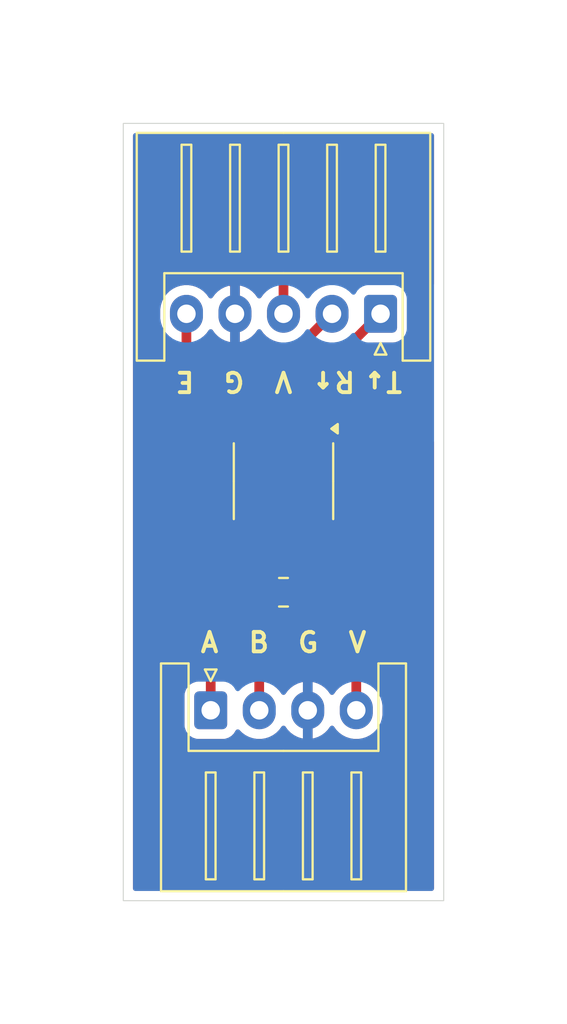
<source format=kicad_pcb>
(kicad_pcb (version 20241229) (generator "pcbnew") (generator_version "9.0")
  (layers (0 "F.Cu" signal) (2 "B.Cu" signal) (13 "F.Paste" user) (15 "B.Paste" user) (5 "F.SilkS" user "F.Silkscreen") (7 "B.SilkS" user "B.Silkscreen") (1 "F.Mask" user) (3 "B.Mask" user) (25 "Edge.Cuts" user))
  (net 0 "")
  (net 1 "VCC")
  (net 2 "GND")
  (net 3 "Net-(J2-Pin_2)")
  (net 4 "Net-(J2-Pin_5)")
  (net 5 "Net-(J2-Pin_1)")
  (net 6 "Net-(J1-Pin_1)")
  (net 7 "Net-(J1-Pin_2)")
  (footprint "Package_SO:SOIC-8_3.9x4.9mm_P1.27mm" (layer "F.Cu") (at 135.255 105.41 -90)
    (property "Reference" "U1" (hide yes))
    (property "Value" "SP3485EN")
    (fp_line (start 0 2.56) (end -1.95 2.56) (stroke (width 0.12)) (layer "F.SilkS"))
    (fp_line (start 0 2.56) (end 1.95 2.56) (stroke (width 0.12)) (layer "F.SilkS"))
    (fp_line (start 0 -2.56) (end -1.95 -2.56) (stroke (width 0.12)) (layer "F.SilkS"))
    (fp_line (start 0 -2.56) (end 1.95 -2.56) (stroke (width 0.12)) (layer "F.SilkS"))
    (fp_poly (pts (xy -2.7 -2.465) (xy -2.94 -2.795) (xy -2.46 -2.795) (xy -2.7 -2.465)) (stroke (width 0.12)) (fill yes) (layer "F.SilkS"))
    (pad "1" smd roundrect (at -2.475 -1.905 270) (size 1.95 0.6) (layers "F.Cu" "F.Mask" "F.Paste") (net 5 "Net-(J2-Pin_1)"))
    (pad "2" smd roundrect (at -2.475 -0.635 270) (size 1.95 0.6) (layers "F.Cu" "F.Mask" "F.Paste") (net 4 "Net-(J2-Pin_5)"))
    (pad "3" smd roundrect (at -2.475 0.635 270) (size 1.95 0.6) (layers "F.Cu" "F.Mask" "F.Paste") (net 4 "Net-(J2-Pin_5)"))
    (pad "4" smd roundrect (at -2.475 1.905 270) (size 1.95 0.6) (layers "F.Cu" "F.Mask" "F.Paste") (net 3 "Net-(J2-Pin_2)"))
    (pad "5" smd roundrect (at 2.475 1.905 270) (size 1.95 0.6) (layers "F.Cu" "F.Mask" "F.Paste") (net 2 "GND"))
    (pad "6" smd roundrect (at 2.475 0.635 270) (size 1.95 0.6) (layers "F.Cu" "F.Mask" "F.Paste") (net 6 "Net-(J1-Pin_1)"))
    (pad "7" smd roundrect (at 2.475 -0.635 270) (size 1.95 0.6) (layers "F.Cu" "F.Mask" "F.Paste") (net 7 "Net-(J1-Pin_2)"))
    (pad "8" smd roundrect (at 2.475 -1.905 270) (size 1.95 0.6) (layers "F.Cu" "F.Mask" "F.Paste") (net 1 "VCC"))
  )
  (footprint "Connector_JST:JST_XH_S5B-XH-A_1x05_P2.50mm_Horizontal" (layer "F.Cu") (at 140.255 96.795 180)
    (property "Reference" "J2" (hide yes))
    (property "Value" "Conn_01x05")
    (fp_line (start 12.56 9.31) (end 12.56 -2.41) (stroke (width 0.12)) (layer "F.SilkS"))
    (fp_line (start 12.56 -2.41) (end 11.14 -2.41) (stroke (width 0.12)) (layer "F.SilkS"))
    (fp_line (start 11.14 2.09) (end 5 2.09) (stroke (width 0.12)) (layer "F.SilkS"))
    (fp_line (start 11.14 -2.41) (end 11.14 2.09) (stroke (width 0.12)) (layer "F.SilkS"))
    (fp_line (start 10.25 8.7) (end 10.25 3.2) (stroke (width 0.12)) (layer "F.SilkS"))
    (fp_line (start 10.25 3.2) (end 9.75 3.2) (stroke (width 0.12)) (layer "F.SilkS"))
    (fp_line (start 9.75 8.7) (end 10.25 8.7) (stroke (width 0.12)) (layer "F.SilkS"))
    (fp_line (start 9.75 3.2) (end 9.75 8.7) (stroke (width 0.12)) (layer "F.SilkS"))
    (fp_line (start 7.75 8.7) (end 7.75 3.2) (stroke (width 0.12)) (layer "F.SilkS"))
    (fp_line (start 7.75 3.2) (end 7.25 3.2) (stroke (width 0.12)) (layer "F.SilkS"))
    (fp_line (start 7.25 8.7) (end 7.75 8.7) (stroke (width 0.12)) (layer "F.SilkS"))
    (fp_line (start 7.25 3.2) (end 7.25 8.7) (stroke (width 0.12)) (layer "F.SilkS"))
    (fp_line (start 5.25 8.7) (end 5.25 3.2) (stroke (width 0.12)) (layer "F.SilkS"))
    (fp_line (start 5.25 3.2) (end 4.75 3.2) (stroke (width 0.12)) (layer "F.SilkS"))
    (fp_line (start 5 9.31) (end 12.56 9.31) (stroke (width 0.12)) (layer "F.SilkS"))
    (fp_line (start 5 9.31) (end -2.56 9.31) (stroke (width 0.12)) (layer "F.SilkS"))
    (fp_line (start 4.75 8.7) (end 5.25 8.7) (stroke (width 0.12)) (layer "F.SilkS"))
    (fp_line (start 4.75 3.2) (end 4.75 8.7) (stroke (width 0.12)) (layer "F.SilkS"))
    (fp_line (start 2.75 8.7) (end 2.75 3.2) (stroke (width 0.12)) (layer "F.SilkS"))
    (fp_line (start 2.75 3.2) (end 2.25 3.2) (stroke (width 0.12)) (layer "F.SilkS"))
    (fp_line (start 2.25 8.7) (end 2.75 8.7) (stroke (width 0.12)) (layer "F.SilkS"))
    (fp_line (start 2.25 3.2) (end 2.25 8.7) (stroke (width 0.12)) (layer "F.SilkS"))
    (fp_line (start 0.3 -2.1) (end 0 -1.5) (stroke (width 0.12)) (layer "F.SilkS"))
    (fp_line (start 0.25 8.7) (end 0.25 3.2) (stroke (width 0.12)) (layer "F.SilkS"))
    (fp_line (start 0.25 3.2) (end -0.25 3.2) (stroke (width 0.12)) (layer "F.SilkS"))
    (fp_line (start 0 -1.5) (end -0.3 -2.1) (stroke (width 0.12)) (layer "F.SilkS"))
    (fp_line (start -0.25 8.7) (end 0.25 8.7) (stroke (width 0.12)) (layer "F.SilkS"))
    (fp_line (start -0.25 3.2) (end -0.25 8.7) (stroke (width 0.12)) (layer "F.SilkS"))
    (fp_line (start -0.3 -2.1) (end 0.3 -2.1) (stroke (width 0.12)) (layer "F.SilkS"))
    (fp_line (start -1.14 2.09) (end 5 2.09) (stroke (width 0.12)) (layer "F.SilkS"))
    (fp_line (start -1.14 -2.41) (end -1.14 2.09) (stroke (width 0.12)) (layer "F.SilkS"))
    (fp_line (start -2.56 9.31) (end -2.56 -2.41) (stroke (width 0.12)) (layer "F.SilkS"))
    (fp_line (start -2.56 -2.41) (end -1.14 -2.41) (stroke (width 0.12)) (layer "F.SilkS"))
    (pad "1" thru_hole roundrect (at 0 0 180) (size 1.7 1.95) (drill 0.95) (layers "*.Cu" "*.Mask") (roundrect_rratio 0.147059) (net 5 "Net-(J2-Pin_1)"))
    (pad "2" thru_hole oval (at 2.5 0 180) (size 1.7 1.95) (drill 0.95) (layers "*.Cu" "*.Mask") (net 3 "Net-(J2-Pin_2)"))
    (pad "3" thru_hole oval (at 5 0 180) (size 1.7 1.95) (drill 0.95) (layers "*.Cu" "*.Mask") (net 1 "VCC"))
    (pad "4" thru_hole oval (at 7.5 0 180) (size 1.7 1.95) (drill 0.95) (layers "*.Cu" "*.Mask") (net 2 "GND"))
    (pad "5" thru_hole oval (at 10 0 180) (size 1.7 1.95) (drill 0.95) (layers "*.Cu" "*.Mask") (net 4 "Net-(J2-Pin_5)"))
  )
  (footprint "Connector_JST:JST_XH_S4B-XH-A_1x04_P2.50mm_Horizontal" (layer "F.Cu") (at 131.505 117.2)
    (property "Reference" "J1" (hide yes))
    (property "Value" "Conn_01x04")
    (fp_line (start -2.56 -2.41) (end -1.14 -2.41) (stroke (width 0.12)) (layer "F.SilkS"))
    (fp_line (start -2.56 9.31) (end -2.56 -2.41) (stroke (width 0.12)) (layer "F.SilkS"))
    (fp_line (start -1.14 -2.41) (end -1.14 2.09) (stroke (width 0.12)) (layer "F.SilkS"))
    (fp_line (start -1.14 2.09) (end 3.75 2.09) (stroke (width 0.12)) (layer "F.SilkS"))
    (fp_line (start -0.3 -2.1) (end 0.3 -2.1) (stroke (width 0.12)) (layer "F.SilkS"))
    (fp_line (start -0.25 3.2) (end -0.25 8.7) (stroke (width 0.12)) (layer "F.SilkS"))
    (fp_line (start -0.25 8.7) (end 0.25 8.7) (stroke (width 0.12)) (layer "F.SilkS"))
    (fp_line (start 0 -1.5) (end -0.3 -2.1) (stroke (width 0.12)) (layer "F.SilkS"))
    (fp_line (start 0.25 3.2) (end -0.25 3.2) (stroke (width 0.12)) (layer "F.SilkS"))
    (fp_line (start 0.25 8.7) (end 0.25 3.2) (stroke (width 0.12)) (layer "F.SilkS"))
    (fp_line (start 0.3 -2.1) (end 0 -1.5) (stroke (width 0.12)) (layer "F.SilkS"))
    (fp_line (start 2.25 3.2) (end 2.25 8.7) (stroke (width 0.12)) (layer "F.SilkS"))
    (fp_line (start 2.25 8.7) (end 2.75 8.7) (stroke (width 0.12)) (layer "F.SilkS"))
    (fp_line (start 2.75 3.2) (end 2.25 3.2) (stroke (width 0.12)) (layer "F.SilkS"))
    (fp_line (start 2.75 8.7) (end 2.75 3.2) (stroke (width 0.12)) (layer "F.SilkS"))
    (fp_line (start 3.75 9.31) (end -2.56 9.31) (stroke (width 0.12)) (layer "F.SilkS"))
    (fp_line (start 3.75 9.31) (end 10.06 9.31) (stroke (width 0.12)) (layer "F.SilkS"))
    (fp_line (start 4.75 3.2) (end 4.75 8.7) (stroke (width 0.12)) (layer "F.SilkS"))
    (fp_line (start 4.75 8.7) (end 5.25 8.7) (stroke (width 0.12)) (layer "F.SilkS"))
    (fp_line (start 5.25 3.2) (end 4.75 3.2) (stroke (width 0.12)) (layer "F.SilkS"))
    (fp_line (start 5.25 8.7) (end 5.25 3.2) (stroke (width 0.12)) (layer "F.SilkS"))
    (fp_line (start 7.25 3.2) (end 7.25 8.7) (stroke (width 0.12)) (layer "F.SilkS"))
    (fp_line (start 7.25 8.7) (end 7.75 8.7) (stroke (width 0.12)) (layer "F.SilkS"))
    (fp_line (start 7.75 3.2) (end 7.25 3.2) (stroke (width 0.12)) (layer "F.SilkS"))
    (fp_line (start 7.75 8.7) (end 7.75 3.2) (stroke (width 0.12)) (layer "F.SilkS"))
    (fp_line (start 8.64 -2.41) (end 8.64 2.09) (stroke (width 0.12)) (layer "F.SilkS"))
    (fp_line (start 8.64 2.09) (end 3.75 2.09) (stroke (width 0.12)) (layer "F.SilkS"))
    (fp_line (start 10.06 -2.41) (end 8.64 -2.41) (stroke (width 0.12)) (layer "F.SilkS"))
    (fp_line (start 10.06 9.31) (end 10.06 -2.41) (stroke (width 0.12)) (layer "F.SilkS"))
    (pad "1" thru_hole roundrect (at 0 0) (size 1.7 1.95) (drill 0.95) (layers "*.Cu" "*.Mask") (roundrect_rratio 0.147059) (net 6 "Net-(J1-Pin_1)"))
    (pad "2" thru_hole oval (at 2.5 0) (size 1.7 1.95) (drill 0.95) (layers "*.Cu" "*.Mask") (net 7 "Net-(J1-Pin_2)"))
    (pad "3" thru_hole oval (at 5 0) (size 1.7 1.95) (drill 0.95) (layers "*.Cu" "*.Mask") (net 2 "GND"))
    (pad "4" thru_hole oval (at 7.5 0) (size 1.7 1.95) (drill 0.95) (layers "*.Cu" "*.Mask") (net 1 "VCC"))
  )
  (footprint "Resistor_SMD:R_0805_2012Metric" (layer "F.Cu") (at 135.255 111.125)
    (property "Reference" "R1" (hide yes))
    (property "Value" "120")
    (fp_line (start -0.227064 -0.735) (end 0.227064 -0.735) (stroke (width 0.12)) (layer "F.SilkS"))
    (fp_line (start -0.227064 0.735) (end 0.227064 0.735) (stroke (width 0.12)) (layer "F.SilkS"))
    (pad "1" smd roundrect (at -0.9125 0) (size 1.025 1.4) (layers "F.Cu" "F.Mask" "F.Paste") (roundrect_rratio 0.243902) (net 6 "Net-(J1-Pin_1)"))
    (pad "2" smd roundrect (at 0.9125 0) (size 1.025 1.4) (layers "F.Cu" "F.Mask" "F.Paste") (roundrect_rratio 0.243902) (net 7 "Net-(J1-Pin_2)"))
  )
  (gr_rect (start 127 86.995) (end 143.51 127) (stroke (width 0.05)) (fill no) (layer "Edge.Cuts"))
  (gr_text "T↓" (at 140.335 99.695 180) (layer "F.SilkS") (effects (font (size 1 1) (thickness 0.2) (bold yes)) (justify bottom)))
  (gr_text "V" (at 139.065 114.3 0) (layer "F.SilkS") (effects (font (size 1 1) (thickness 0.2) (bold yes)) (justify bottom)))
  (gr_text "A" (at 131.445 114.3 0) (layer "F.SilkS") (effects (font (size 1 1) (thickness 0.2) (bold yes)) (justify bottom)))
  (gr_text "V" (at 135.255 99.695 180) (layer "F.SilkS") (effects (font (size 1 1) (thickness 0.2) (bold yes)) (justify bottom)))
  (gr_text "E" (at 130.175 99.695 180) (layer "F.SilkS") (effects (font (size 1 1) (thickness 0.2) (bold yes)) (justify bottom)))
  (gr_text "B" (at 133.985 114.3 0) (layer "F.SilkS") (effects (font (size 1 1) (thickness 0.2) (bold yes)) (justify bottom)))
  (gr_text "G" (at 132.715 99.695 180) (layer "F.SilkS") (effects (font (size 1 1) (thickness 0.2) (bold yes)) (justify bottom)))
  (gr_text "R↑" (at 137.795 99.695 180) (layer "F.SilkS") (effects (font (size 1 1) (thickness 0.2) (bold yes)) (justify bottom)))
  (gr_text "G" (at 136.525 114.3 0) (layer "F.SilkS") (effects (font (size 1 1) (thickness 0.2) (bold yes)) (justify bottom)))
  (segment (start 141.001646 94.615) (end 142.24 95.853354) (width 0.5) (layer "F.Cu") (net 1))
  (segment (start 135.255 95.25) (end 135.89 94.615) (width 0.5) (layer "F.Cu") (net 1))
  (segment (start 135.89 94.615) (end 141.001646 94.615) (width 0.5) (layer "F.Cu") (net 1))
  (segment (start 139.005 109.73) (end 137.16 107.885) (width 0.5) (layer "F.Cu") (net 1))
  (segment (start 142.24 102.805) (end 137.16 107.885) (width 0.5) (layer "F.Cu") (net 1))
  (segment (start 139.005 117.2) (end 139.005 109.73) (width 0.5) (layer "F.Cu") (net 1))
  (segment (start 142.24 95.853354) (end 142.24 102.805) (width 0.5) (layer "F.Cu") (net 1))
  (segment (start 135.255 96.795) (end 135.255 95.25) (width 0.5) (layer "F.Cu") (net 1))
  (segment (start 132.755 96.795) (end 132.755 95.29) (width 0.5) (layer "F.Cu") (net 2))
  (segment (start 132.014542 107.885) (end 133.35 107.885) (width 0.5) (layer "F.Cu") (net 2))
  (segment (start 128.905 118.11) (end 130.81 120.015) (width 0.5) (layer "F.Cu") (net 2))
  (segment (start 128.905 110.994542) (end 128.905 118.11) (width 0.5) (layer "F.Cu") (net 2))
  (segment (start 135.255 120.015) (end 136.505 118.765) (width 0.5) (layer "F.Cu") (net 2))
  (segment (start 132.08 94.615) (end 129.54 94.615) (width 0.5) (layer "F.Cu") (net 2))
  (segment (start 128.27 95.885) (end 128.27 104.140458) (width 0.5) (layer "F.Cu") (net 2))
  (segment (start 130.81 120.015) (end 135.255 120.015) (width 0.5) (layer "F.Cu") (net 2))
  (segment (start 128.905 104.775458) (end 128.27 104.140458) (width 0.5) (layer "F.Cu") (net 2))
  (segment (start 128.27 104.140458) (end 132.014542 107.885) (width 0.5) (layer "F.Cu") (net 2))
  (segment (start 129.54 94.615) (end 128.27 95.885) (width 0.5) (layer "F.Cu") (net 2))
  (segment (start 132.755 95.29) (end 132.08 94.615) (width 0.5) (layer "F.Cu") (net 2))
  (segment (start 136.505 118.765) (end 136.505 117.2) (width 0.5) (layer "F.Cu") (net 2))
  (segment (start 132.014542 107.885) (end 128.905 110.994542) (width 0.5) (layer "F.Cu") (net 2))
  (segment (start 133.35 101.2) (end 133.35 102.935) (width 0.5) (layer "F.Cu") (net 3))
  (segment (start 137.755 96.795) (end 133.35 101.2) (width 0.5) (layer "F.Cu") (net 3))
  (segment (start 134.62 104.14) (end 134.62 102.935) (width 0.5) (layer "F.Cu") (net 4))
  (segment (start 130.255 102.95) (end 132.08 104.775) (width 0.5) (layer "F.Cu") (net 4))
  (segment (start 132.08 104.775) (end 133.985 104.775) (width 0.5) (layer "F.Cu") (net 4))
  (segment (start 133.985 104.775) (end 134.62 104.14) (width 0.5) (layer "F.Cu") (net 4))
  (segment (start 130.255 96.795) (end 130.255 102.95) (width 0.5) (layer "F.Cu") (net 4))
  (segment (start 135.89 102.935) (end 134.62 102.935) (width 0.5) (layer "F.Cu") (net 4))
  (segment (start 137.16 99.89) (end 137.16 102.935) (width 0.5) (layer "F.Cu") (net 5))
  (segment (start 140.255 96.795) (end 137.16 99.89) (width 0.5) (layer "F.Cu") (net 5))
  (segment (start 131.505 113.9625) (end 134.3425 111.125) (width 0.5) (layer "F.Cu") (net 6))
  (segment (start 131.505 117.2) (end 131.505 113.9625) (width 0.5) (layer "F.Cu") (net 6))
  (segment (start 134.62 107.885) (end 134.62 110.8475) (width 0.5) (layer "F.Cu") (net 6))
  (segment (start 134.62 110.8475) (end 134.3425 111.125) (width 0.5) (layer "F.Cu") (net 6))
  (segment (start 135.89 110.8475) (end 136.1675 111.125) (width 0.5) (layer "F.Cu") (net 7))
  (segment (start 136.1675 112.1175) (end 136.1675 111.125) (width 0.5) (layer "F.Cu") (net 7))
  (segment (start 134.005 117.2) (end 134.005 114.28) (width 0.5) (layer "F.Cu") (net 7))
  (segment (start 134.005 114.28) (end 136.1675 112.1175) (width 0.5) (layer "F.Cu") (net 7))
  (segment (start 135.89 107.885) (end 135.89 110.8475) (width 0.5) (layer "F.Cu") (net 7))
  (zone (net 2) (net_name "GND") (layers "F.Cu" "B.Cu") (connect_pads (clearance 0.5)) (min_thickness 0.25) (fill yes (thermal_gap 0.5) (thermal_bridge_width 0.5))
    (polygon (pts (xy 120.65 80.645) (xy 120.65 133.35) (xy 149.86 133.35) (xy 149.86 80.645)))
  )
)
</source>
